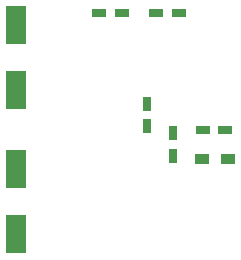
<source format=gbp>
G04 #@! TF.GenerationSoftware,KiCad,Pcbnew,(2017-05-12 revision b823d0b78)-makepkg*
G04 #@! TF.CreationDate,2017-05-13T13:58:34+02:00*
G04 #@! TF.ProjectId,avrIspMk2Clone,6176724973704D6B32436C6F6E652E6B,1.0*
G04 #@! TF.FileFunction,Paste,Bot*
G04 #@! TF.FilePolarity,Positive*
%FSLAX46Y46*%
G04 Gerber Fmt 4.6, Leading zero omitted, Abs format (unit mm)*
G04 Created by KiCad (PCBNEW (2017-05-12 revision b823d0b78)-makepkg) date 05/13/17 13:58:34*
%MOMM*%
%LPD*%
G01*
G04 APERTURE LIST*
%ADD10C,0.100000*%
%ADD11R,1.700000X3.300000*%
%ADD12R,1.200000X0.750000*%
%ADD13R,0.750000X1.200000*%
%ADD14R,1.200000X0.900000*%
G04 APERTURE END LIST*
D10*
D11*
X90461000Y-113465000D03*
X90461000Y-107965000D03*
X90461000Y-101273000D03*
X90461000Y-95773000D03*
D12*
X106300000Y-104600000D03*
X108200000Y-104600000D03*
D13*
X103800000Y-106800000D03*
X103800000Y-104900000D03*
D12*
X102358000Y-94687600D03*
X104258000Y-94687600D03*
X97512000Y-94687600D03*
X99412000Y-94687600D03*
D13*
X101600000Y-104300000D03*
X101600000Y-102400000D03*
D14*
X108452000Y-107082800D03*
X106252000Y-107082800D03*
M02*

</source>
